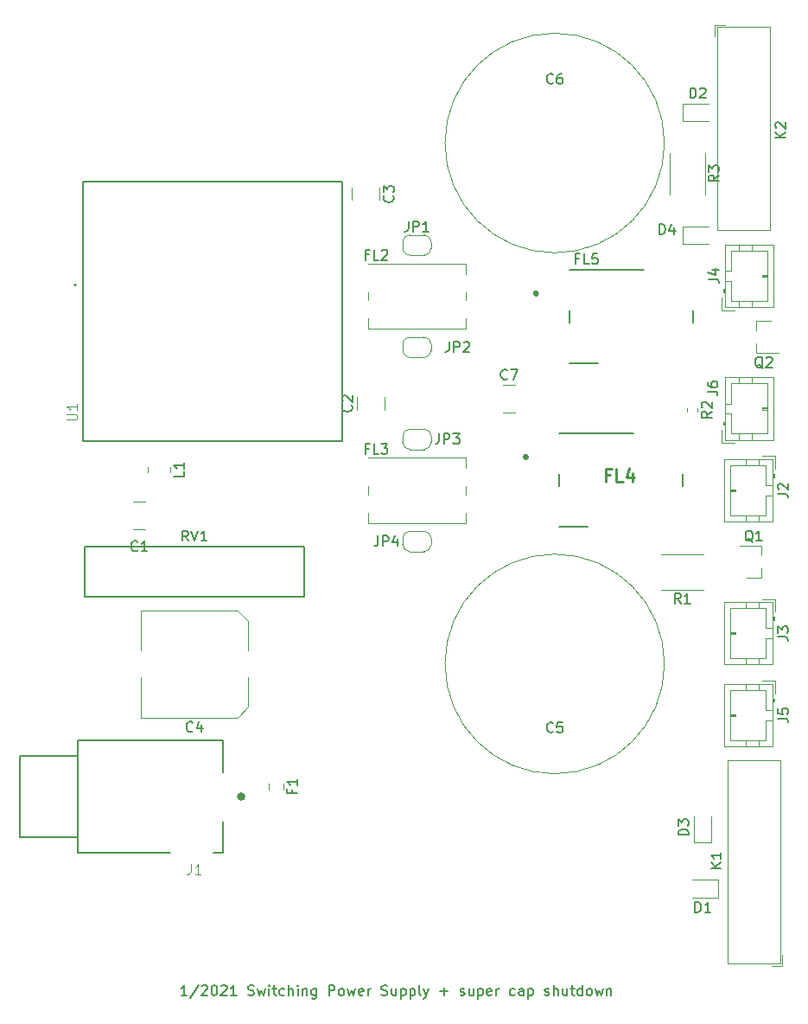
<source format=gto>
G04 #@! TF.GenerationSoftware,KiCad,Pcbnew,(5.1.5-0)*
G04 #@! TF.CreationDate,2021-01-10T16:54:22-07:00*
G04 #@! TF.ProjectId,power_cui,706f7765-725f-4637-9569-2e6b69636164,rev?*
G04 #@! TF.SameCoordinates,Original*
G04 #@! TF.FileFunction,Legend,Top*
G04 #@! TF.FilePolarity,Positive*
%FSLAX46Y46*%
G04 Gerber Fmt 4.6, Leading zero omitted, Abs format (unit mm)*
G04 Created by KiCad (PCBNEW (5.1.5-0)) date 2021-01-10 16:54:22*
%MOMM*%
%LPD*%
G04 APERTURE LIST*
%ADD10C,0.150000*%
%ADD11C,0.400000*%
%ADD12C,0.127000*%
%ADD13C,0.120000*%
%ADD14C,0.200000*%
%ADD15C,0.254000*%
%ADD16C,0.015000*%
G04 APERTURE END LIST*
D10*
X96476190Y-148452380D02*
X95904761Y-148452380D01*
X96190476Y-148452380D02*
X96190476Y-147452380D01*
X96095238Y-147595238D01*
X96000000Y-147690476D01*
X95904761Y-147738095D01*
X97619047Y-147404761D02*
X96761904Y-148690476D01*
X97904761Y-147547619D02*
X97952380Y-147500000D01*
X98047619Y-147452380D01*
X98285714Y-147452380D01*
X98380952Y-147500000D01*
X98428571Y-147547619D01*
X98476190Y-147642857D01*
X98476190Y-147738095D01*
X98428571Y-147880952D01*
X97857142Y-148452380D01*
X98476190Y-148452380D01*
X99095238Y-147452380D02*
X99190476Y-147452380D01*
X99285714Y-147500000D01*
X99333333Y-147547619D01*
X99380952Y-147642857D01*
X99428571Y-147833333D01*
X99428571Y-148071428D01*
X99380952Y-148261904D01*
X99333333Y-148357142D01*
X99285714Y-148404761D01*
X99190476Y-148452380D01*
X99095238Y-148452380D01*
X99000000Y-148404761D01*
X98952380Y-148357142D01*
X98904761Y-148261904D01*
X98857142Y-148071428D01*
X98857142Y-147833333D01*
X98904761Y-147642857D01*
X98952380Y-147547619D01*
X99000000Y-147500000D01*
X99095238Y-147452380D01*
X99809523Y-147547619D02*
X99857142Y-147500000D01*
X99952380Y-147452380D01*
X100190476Y-147452380D01*
X100285714Y-147500000D01*
X100333333Y-147547619D01*
X100380952Y-147642857D01*
X100380952Y-147738095D01*
X100333333Y-147880952D01*
X99761904Y-148452380D01*
X100380952Y-148452380D01*
X101333333Y-148452380D02*
X100761904Y-148452380D01*
X101047619Y-148452380D02*
X101047619Y-147452380D01*
X100952380Y-147595238D01*
X100857142Y-147690476D01*
X100761904Y-147738095D01*
X102476190Y-148404761D02*
X102619047Y-148452380D01*
X102857142Y-148452380D01*
X102952380Y-148404761D01*
X103000000Y-148357142D01*
X103047619Y-148261904D01*
X103047619Y-148166666D01*
X103000000Y-148071428D01*
X102952380Y-148023809D01*
X102857142Y-147976190D01*
X102666666Y-147928571D01*
X102571428Y-147880952D01*
X102523809Y-147833333D01*
X102476190Y-147738095D01*
X102476190Y-147642857D01*
X102523809Y-147547619D01*
X102571428Y-147500000D01*
X102666666Y-147452380D01*
X102904761Y-147452380D01*
X103047619Y-147500000D01*
X103380952Y-147785714D02*
X103571428Y-148452380D01*
X103761904Y-147976190D01*
X103952380Y-148452380D01*
X104142857Y-147785714D01*
X104523809Y-148452380D02*
X104523809Y-147785714D01*
X104523809Y-147452380D02*
X104476190Y-147500000D01*
X104523809Y-147547619D01*
X104571428Y-147500000D01*
X104523809Y-147452380D01*
X104523809Y-147547619D01*
X104857142Y-147785714D02*
X105238095Y-147785714D01*
X105000000Y-147452380D02*
X105000000Y-148309523D01*
X105047619Y-148404761D01*
X105142857Y-148452380D01*
X105238095Y-148452380D01*
X106000000Y-148404761D02*
X105904761Y-148452380D01*
X105714285Y-148452380D01*
X105619047Y-148404761D01*
X105571428Y-148357142D01*
X105523809Y-148261904D01*
X105523809Y-147976190D01*
X105571428Y-147880952D01*
X105619047Y-147833333D01*
X105714285Y-147785714D01*
X105904761Y-147785714D01*
X106000000Y-147833333D01*
X106428571Y-148452380D02*
X106428571Y-147452380D01*
X106857142Y-148452380D02*
X106857142Y-147928571D01*
X106809523Y-147833333D01*
X106714285Y-147785714D01*
X106571428Y-147785714D01*
X106476190Y-147833333D01*
X106428571Y-147880952D01*
X107333333Y-148452380D02*
X107333333Y-147785714D01*
X107333333Y-147452380D02*
X107285714Y-147500000D01*
X107333333Y-147547619D01*
X107380952Y-147500000D01*
X107333333Y-147452380D01*
X107333333Y-147547619D01*
X107809523Y-147785714D02*
X107809523Y-148452380D01*
X107809523Y-147880952D02*
X107857142Y-147833333D01*
X107952380Y-147785714D01*
X108095238Y-147785714D01*
X108190476Y-147833333D01*
X108238095Y-147928571D01*
X108238095Y-148452380D01*
X109142857Y-147785714D02*
X109142857Y-148595238D01*
X109095238Y-148690476D01*
X109047619Y-148738095D01*
X108952380Y-148785714D01*
X108809523Y-148785714D01*
X108714285Y-148738095D01*
X109142857Y-148404761D02*
X109047619Y-148452380D01*
X108857142Y-148452380D01*
X108761904Y-148404761D01*
X108714285Y-148357142D01*
X108666666Y-148261904D01*
X108666666Y-147976190D01*
X108714285Y-147880952D01*
X108761904Y-147833333D01*
X108857142Y-147785714D01*
X109047619Y-147785714D01*
X109142857Y-147833333D01*
X110380952Y-148452380D02*
X110380952Y-147452380D01*
X110761904Y-147452380D01*
X110857142Y-147500000D01*
X110904761Y-147547619D01*
X110952380Y-147642857D01*
X110952380Y-147785714D01*
X110904761Y-147880952D01*
X110857142Y-147928571D01*
X110761904Y-147976190D01*
X110380952Y-147976190D01*
X111523809Y-148452380D02*
X111428571Y-148404761D01*
X111380952Y-148357142D01*
X111333333Y-148261904D01*
X111333333Y-147976190D01*
X111380952Y-147880952D01*
X111428571Y-147833333D01*
X111523809Y-147785714D01*
X111666666Y-147785714D01*
X111761904Y-147833333D01*
X111809523Y-147880952D01*
X111857142Y-147976190D01*
X111857142Y-148261904D01*
X111809523Y-148357142D01*
X111761904Y-148404761D01*
X111666666Y-148452380D01*
X111523809Y-148452380D01*
X112190476Y-147785714D02*
X112380952Y-148452380D01*
X112571428Y-147976190D01*
X112761904Y-148452380D01*
X112952380Y-147785714D01*
X113714285Y-148404761D02*
X113619047Y-148452380D01*
X113428571Y-148452380D01*
X113333333Y-148404761D01*
X113285714Y-148309523D01*
X113285714Y-147928571D01*
X113333333Y-147833333D01*
X113428571Y-147785714D01*
X113619047Y-147785714D01*
X113714285Y-147833333D01*
X113761904Y-147928571D01*
X113761904Y-148023809D01*
X113285714Y-148119047D01*
X114190476Y-148452380D02*
X114190476Y-147785714D01*
X114190476Y-147976190D02*
X114238095Y-147880952D01*
X114285714Y-147833333D01*
X114380952Y-147785714D01*
X114476190Y-147785714D01*
X115523809Y-148404761D02*
X115666666Y-148452380D01*
X115904761Y-148452380D01*
X116000000Y-148404761D01*
X116047619Y-148357142D01*
X116095238Y-148261904D01*
X116095238Y-148166666D01*
X116047619Y-148071428D01*
X116000000Y-148023809D01*
X115904761Y-147976190D01*
X115714285Y-147928571D01*
X115619047Y-147880952D01*
X115571428Y-147833333D01*
X115523809Y-147738095D01*
X115523809Y-147642857D01*
X115571428Y-147547619D01*
X115619047Y-147500000D01*
X115714285Y-147452380D01*
X115952380Y-147452380D01*
X116095238Y-147500000D01*
X116952380Y-147785714D02*
X116952380Y-148452380D01*
X116523809Y-147785714D02*
X116523809Y-148309523D01*
X116571428Y-148404761D01*
X116666666Y-148452380D01*
X116809523Y-148452380D01*
X116904761Y-148404761D01*
X116952380Y-148357142D01*
X117428571Y-147785714D02*
X117428571Y-148785714D01*
X117428571Y-147833333D02*
X117523809Y-147785714D01*
X117714285Y-147785714D01*
X117809523Y-147833333D01*
X117857142Y-147880952D01*
X117904761Y-147976190D01*
X117904761Y-148261904D01*
X117857142Y-148357142D01*
X117809523Y-148404761D01*
X117714285Y-148452380D01*
X117523809Y-148452380D01*
X117428571Y-148404761D01*
X118333333Y-147785714D02*
X118333333Y-148785714D01*
X118333333Y-147833333D02*
X118428571Y-147785714D01*
X118619047Y-147785714D01*
X118714285Y-147833333D01*
X118761904Y-147880952D01*
X118809523Y-147976190D01*
X118809523Y-148261904D01*
X118761904Y-148357142D01*
X118714285Y-148404761D01*
X118619047Y-148452380D01*
X118428571Y-148452380D01*
X118333333Y-148404761D01*
X119380952Y-148452380D02*
X119285714Y-148404761D01*
X119238095Y-148309523D01*
X119238095Y-147452380D01*
X119666666Y-147785714D02*
X119904761Y-148452380D01*
X120142857Y-147785714D02*
X119904761Y-148452380D01*
X119809523Y-148690476D01*
X119761904Y-148738095D01*
X119666666Y-148785714D01*
X121285714Y-148071428D02*
X122047619Y-148071428D01*
X121666666Y-148452380D02*
X121666666Y-147690476D01*
X123238095Y-148404761D02*
X123333333Y-148452380D01*
X123523809Y-148452380D01*
X123619047Y-148404761D01*
X123666666Y-148309523D01*
X123666666Y-148261904D01*
X123619047Y-148166666D01*
X123523809Y-148119047D01*
X123380952Y-148119047D01*
X123285714Y-148071428D01*
X123238095Y-147976190D01*
X123238095Y-147928571D01*
X123285714Y-147833333D01*
X123380952Y-147785714D01*
X123523809Y-147785714D01*
X123619047Y-147833333D01*
X124523809Y-147785714D02*
X124523809Y-148452380D01*
X124095238Y-147785714D02*
X124095238Y-148309523D01*
X124142857Y-148404761D01*
X124238095Y-148452380D01*
X124380952Y-148452380D01*
X124476190Y-148404761D01*
X124523809Y-148357142D01*
X124999999Y-147785714D02*
X124999999Y-148785714D01*
X124999999Y-147833333D02*
X125095238Y-147785714D01*
X125285714Y-147785714D01*
X125380952Y-147833333D01*
X125428571Y-147880952D01*
X125476190Y-147976190D01*
X125476190Y-148261904D01*
X125428571Y-148357142D01*
X125380952Y-148404761D01*
X125285714Y-148452380D01*
X125095238Y-148452380D01*
X124999999Y-148404761D01*
X126285714Y-148404761D02*
X126190476Y-148452380D01*
X125999999Y-148452380D01*
X125904761Y-148404761D01*
X125857142Y-148309523D01*
X125857142Y-147928571D01*
X125904761Y-147833333D01*
X125999999Y-147785714D01*
X126190476Y-147785714D01*
X126285714Y-147833333D01*
X126333333Y-147928571D01*
X126333333Y-148023809D01*
X125857142Y-148119047D01*
X126761904Y-148452380D02*
X126761904Y-147785714D01*
X126761904Y-147976190D02*
X126809523Y-147880952D01*
X126857142Y-147833333D01*
X126952380Y-147785714D01*
X127047619Y-147785714D01*
X128571428Y-148404761D02*
X128476190Y-148452380D01*
X128285714Y-148452380D01*
X128190476Y-148404761D01*
X128142857Y-148357142D01*
X128095238Y-148261904D01*
X128095238Y-147976190D01*
X128142857Y-147880952D01*
X128190476Y-147833333D01*
X128285714Y-147785714D01*
X128476190Y-147785714D01*
X128571428Y-147833333D01*
X129428571Y-148452380D02*
X129428571Y-147928571D01*
X129380952Y-147833333D01*
X129285714Y-147785714D01*
X129095238Y-147785714D01*
X128999999Y-147833333D01*
X129428571Y-148404761D02*
X129333333Y-148452380D01*
X129095238Y-148452380D01*
X128999999Y-148404761D01*
X128952380Y-148309523D01*
X128952380Y-148214285D01*
X128999999Y-148119047D01*
X129095238Y-148071428D01*
X129333333Y-148071428D01*
X129428571Y-148023809D01*
X129904761Y-147785714D02*
X129904761Y-148785714D01*
X129904761Y-147833333D02*
X130000000Y-147785714D01*
X130190476Y-147785714D01*
X130285714Y-147833333D01*
X130333333Y-147880952D01*
X130380952Y-147976190D01*
X130380952Y-148261904D01*
X130333333Y-148357142D01*
X130285714Y-148404761D01*
X130190476Y-148452380D01*
X130000000Y-148452380D01*
X129904761Y-148404761D01*
X131523809Y-148404761D02*
X131619047Y-148452380D01*
X131809523Y-148452380D01*
X131904761Y-148404761D01*
X131952380Y-148309523D01*
X131952380Y-148261904D01*
X131904761Y-148166666D01*
X131809523Y-148119047D01*
X131666666Y-148119047D01*
X131571428Y-148071428D01*
X131523809Y-147976190D01*
X131523809Y-147928571D01*
X131571428Y-147833333D01*
X131666666Y-147785714D01*
X131809523Y-147785714D01*
X131904761Y-147833333D01*
X132380952Y-148452380D02*
X132380952Y-147452380D01*
X132809523Y-148452380D02*
X132809523Y-147928571D01*
X132761904Y-147833333D01*
X132666666Y-147785714D01*
X132523809Y-147785714D01*
X132428571Y-147833333D01*
X132380952Y-147880952D01*
X133714285Y-147785714D02*
X133714285Y-148452380D01*
X133285714Y-147785714D02*
X133285714Y-148309523D01*
X133333333Y-148404761D01*
X133428571Y-148452380D01*
X133571428Y-148452380D01*
X133666666Y-148404761D01*
X133714285Y-148357142D01*
X134047619Y-147785714D02*
X134428571Y-147785714D01*
X134190476Y-147452380D02*
X134190476Y-148309523D01*
X134238095Y-148404761D01*
X134333333Y-148452380D01*
X134428571Y-148452380D01*
X135190476Y-148452380D02*
X135190476Y-147452380D01*
X135190476Y-148404761D02*
X135095238Y-148452380D01*
X134904761Y-148452380D01*
X134809523Y-148404761D01*
X134761904Y-148357142D01*
X134714285Y-148261904D01*
X134714285Y-147976190D01*
X134761904Y-147880952D01*
X134809523Y-147833333D01*
X134904761Y-147785714D01*
X135095238Y-147785714D01*
X135190476Y-147833333D01*
X135809523Y-148452380D02*
X135714285Y-148404761D01*
X135666666Y-148357142D01*
X135619047Y-148261904D01*
X135619047Y-147976190D01*
X135666666Y-147880952D01*
X135714285Y-147833333D01*
X135809523Y-147785714D01*
X135952380Y-147785714D01*
X136047619Y-147833333D01*
X136095238Y-147880952D01*
X136142857Y-147976190D01*
X136142857Y-148261904D01*
X136095238Y-148357142D01*
X136047619Y-148404761D01*
X135952380Y-148452380D01*
X135809523Y-148452380D01*
X136476190Y-147785714D02*
X136666666Y-148452380D01*
X136857142Y-147976190D01*
X137047619Y-148452380D01*
X137238095Y-147785714D01*
X137619047Y-147785714D02*
X137619047Y-148452380D01*
X137619047Y-147880952D02*
X137666666Y-147833333D01*
X137761904Y-147785714D01*
X137904761Y-147785714D01*
X137999999Y-147833333D01*
X138047619Y-147928571D01*
X138047619Y-148452380D01*
D11*
X101980000Y-128990000D02*
G75*
G03X101980000Y-128990000I-200000J0D01*
G01*
D12*
X85800000Y-134500000D02*
X85800000Y-133000000D01*
X85800000Y-133000000D02*
X85800000Y-125000000D01*
X85800000Y-125000000D02*
X85800000Y-123500000D01*
X85800000Y-123500000D02*
X100000000Y-123500000D01*
X80100000Y-133000000D02*
X80100000Y-125000000D01*
X80100000Y-125000000D02*
X85800000Y-125000000D01*
X80100000Y-133000000D02*
X85800000Y-133000000D01*
X94800000Y-134500000D02*
X85800000Y-134500000D01*
X100000000Y-134500000D02*
X99100000Y-134500000D01*
X100000000Y-131400000D02*
X100000000Y-134500000D01*
X100000000Y-123500000D02*
X100000000Y-126600000D01*
D13*
X148890000Y-94360000D02*
X150140000Y-94360000D01*
X148890000Y-93110000D02*
X148890000Y-94360000D01*
X153300000Y-91000000D02*
X152800000Y-91000000D01*
X152800000Y-90900000D02*
X153300000Y-90900000D01*
X152800000Y-91100000D02*
X152800000Y-90900000D01*
X153300000Y-91100000D02*
X152800000Y-91100000D01*
X151800000Y-87940000D02*
X151800000Y-88550000D01*
X150500000Y-87940000D02*
X150500000Y-88550000D01*
X151800000Y-94060000D02*
X151800000Y-93450000D01*
X150500000Y-94060000D02*
X150500000Y-93450000D01*
X149800000Y-90500000D02*
X149190000Y-90500000D01*
X149800000Y-88550000D02*
X149800000Y-90500000D01*
X153300000Y-88550000D02*
X149800000Y-88550000D01*
X153300000Y-93450000D02*
X153300000Y-88550000D01*
X149800000Y-93450000D02*
X153300000Y-93450000D01*
X149800000Y-91500000D02*
X149800000Y-93450000D01*
X149190000Y-91500000D02*
X149800000Y-91500000D01*
X149090000Y-92300000D02*
X149090000Y-92600000D01*
X148990000Y-92600000D02*
X149190000Y-92600000D01*
X148990000Y-92300000D02*
X148990000Y-92600000D01*
X149190000Y-92300000D02*
X148990000Y-92300000D01*
X149190000Y-87940000D02*
X149190000Y-94060000D01*
X153910000Y-87940000D02*
X149190000Y-87940000D01*
X153910000Y-94060000D02*
X153910000Y-87940000D01*
X149190000Y-94060000D02*
X153910000Y-94060000D01*
X127397936Y-91360000D02*
X128602064Y-91360000D01*
X127397936Y-88640000D02*
X128602064Y-88640000D01*
X143790000Y-65947936D02*
X143790000Y-70052064D01*
X147210000Y-65947936D02*
X147210000Y-70052064D01*
X145490000Y-90953733D02*
X145490000Y-91296267D01*
X146510000Y-90953733D02*
X146510000Y-91296267D01*
X152240000Y-82420000D02*
X153700000Y-82420000D01*
X152240000Y-85580000D02*
X154400000Y-85580000D01*
X152240000Y-85580000D02*
X152240000Y-84650000D01*
X152240000Y-82420000D02*
X152240000Y-83350000D01*
X152760000Y-107580000D02*
X151300000Y-107580000D01*
X152760000Y-104420000D02*
X150600000Y-104420000D01*
X152760000Y-104420000D02*
X152760000Y-105350000D01*
X152760000Y-107580000D02*
X152760000Y-106650000D01*
X153600000Y-53650000D02*
X153600000Y-73550000D01*
X153600000Y-73550000D02*
X148400000Y-73550000D01*
X148400000Y-73550000D02*
X148400000Y-53650000D01*
X148400000Y-53650000D02*
X153600000Y-53650000D01*
X148200000Y-54550000D02*
X148200000Y-53450000D01*
X148200000Y-53450000D02*
X149200000Y-53450000D01*
X149400000Y-145350000D02*
X149400000Y-125450000D01*
X149400000Y-125450000D02*
X154600000Y-125450000D01*
X154600000Y-125450000D02*
X154600000Y-145350000D01*
X154600000Y-145350000D02*
X149400000Y-145350000D01*
X154800000Y-144450000D02*
X154800000Y-145550000D01*
X154800000Y-145550000D02*
X153800000Y-145550000D01*
X154110000Y-117640000D02*
X152860000Y-117640000D01*
X154110000Y-118890000D02*
X154110000Y-117640000D01*
X149700000Y-121000000D02*
X150200000Y-121000000D01*
X150200000Y-121100000D02*
X149700000Y-121100000D01*
X150200000Y-120900000D02*
X150200000Y-121100000D01*
X149700000Y-120900000D02*
X150200000Y-120900000D01*
X151200000Y-124060000D02*
X151200000Y-123450000D01*
X152500000Y-124060000D02*
X152500000Y-123450000D01*
X151200000Y-117940000D02*
X151200000Y-118550000D01*
X152500000Y-117940000D02*
X152500000Y-118550000D01*
X153200000Y-121500000D02*
X153810000Y-121500000D01*
X153200000Y-123450000D02*
X153200000Y-121500000D01*
X149700000Y-123450000D02*
X153200000Y-123450000D01*
X149700000Y-118550000D02*
X149700000Y-123450000D01*
X153200000Y-118550000D02*
X149700000Y-118550000D01*
X153200000Y-120500000D02*
X153200000Y-118550000D01*
X153810000Y-120500000D02*
X153200000Y-120500000D01*
X153910000Y-119700000D02*
X153910000Y-119400000D01*
X154010000Y-119400000D02*
X153810000Y-119400000D01*
X154010000Y-119700000D02*
X154010000Y-119400000D01*
X153810000Y-119700000D02*
X154010000Y-119700000D01*
X153810000Y-124060000D02*
X153810000Y-117940000D01*
X149090000Y-124060000D02*
X153810000Y-124060000D01*
X149090000Y-117940000D02*
X149090000Y-124060000D01*
X153810000Y-117940000D02*
X149090000Y-117940000D01*
X148890000Y-81360000D02*
X150140000Y-81360000D01*
X148890000Y-80110000D02*
X148890000Y-81360000D01*
X153300000Y-78000000D02*
X152800000Y-78000000D01*
X152800000Y-77900000D02*
X153300000Y-77900000D01*
X152800000Y-78100000D02*
X152800000Y-77900000D01*
X153300000Y-78100000D02*
X152800000Y-78100000D01*
X151800000Y-74940000D02*
X151800000Y-75550000D01*
X150500000Y-74940000D02*
X150500000Y-75550000D01*
X151800000Y-81060000D02*
X151800000Y-80450000D01*
X150500000Y-81060000D02*
X150500000Y-80450000D01*
X149800000Y-77500000D02*
X149190000Y-77500000D01*
X149800000Y-75550000D02*
X149800000Y-77500000D01*
X153300000Y-75550000D02*
X149800000Y-75550000D01*
X153300000Y-80450000D02*
X153300000Y-75550000D01*
X149800000Y-80450000D02*
X153300000Y-80450000D01*
X149800000Y-78500000D02*
X149800000Y-80450000D01*
X149190000Y-78500000D02*
X149800000Y-78500000D01*
X149090000Y-79300000D02*
X149090000Y-79600000D01*
X148990000Y-79600000D02*
X149190000Y-79600000D01*
X148990000Y-79300000D02*
X148990000Y-79600000D01*
X149190000Y-79300000D02*
X148990000Y-79300000D01*
X149190000Y-74940000D02*
X149190000Y-81060000D01*
X153910000Y-74940000D02*
X149190000Y-74940000D01*
X153910000Y-81060000D02*
X153910000Y-74940000D01*
X149190000Y-81060000D02*
X153910000Y-81060000D01*
X154110000Y-109640000D02*
X152860000Y-109640000D01*
X154110000Y-110890000D02*
X154110000Y-109640000D01*
X149700000Y-113000000D02*
X150200000Y-113000000D01*
X150200000Y-113100000D02*
X149700000Y-113100000D01*
X150200000Y-112900000D02*
X150200000Y-113100000D01*
X149700000Y-112900000D02*
X150200000Y-112900000D01*
X151200000Y-116060000D02*
X151200000Y-115450000D01*
X152500000Y-116060000D02*
X152500000Y-115450000D01*
X151200000Y-109940000D02*
X151200000Y-110550000D01*
X152500000Y-109940000D02*
X152500000Y-110550000D01*
X153200000Y-113500000D02*
X153810000Y-113500000D01*
X153200000Y-115450000D02*
X153200000Y-113500000D01*
X149700000Y-115450000D02*
X153200000Y-115450000D01*
X149700000Y-110550000D02*
X149700000Y-115450000D01*
X153200000Y-110550000D02*
X149700000Y-110550000D01*
X153200000Y-112500000D02*
X153200000Y-110550000D01*
X153810000Y-112500000D02*
X153200000Y-112500000D01*
X153910000Y-111700000D02*
X153910000Y-111400000D01*
X154010000Y-111400000D02*
X153810000Y-111400000D01*
X154010000Y-111700000D02*
X154010000Y-111400000D01*
X153810000Y-111700000D02*
X154010000Y-111700000D01*
X153810000Y-116060000D02*
X153810000Y-109940000D01*
X149090000Y-116060000D02*
X153810000Y-116060000D01*
X149090000Y-109940000D02*
X149090000Y-116060000D01*
X153810000Y-109940000D02*
X149090000Y-109940000D01*
X154110000Y-95640000D02*
X152860000Y-95640000D01*
X154110000Y-96890000D02*
X154110000Y-95640000D01*
X149700000Y-99000000D02*
X150200000Y-99000000D01*
X150200000Y-99100000D02*
X149700000Y-99100000D01*
X150200000Y-98900000D02*
X150200000Y-99100000D01*
X149700000Y-98900000D02*
X150200000Y-98900000D01*
X151200000Y-102060000D02*
X151200000Y-101450000D01*
X152500000Y-102060000D02*
X152500000Y-101450000D01*
X151200000Y-95940000D02*
X151200000Y-96550000D01*
X152500000Y-95940000D02*
X152500000Y-96550000D01*
X153200000Y-99500000D02*
X153810000Y-99500000D01*
X153200000Y-101450000D02*
X153200000Y-99500000D01*
X149700000Y-101450000D02*
X153200000Y-101450000D01*
X149700000Y-96550000D02*
X149700000Y-101450000D01*
X153200000Y-96550000D02*
X149700000Y-96550000D01*
X153200000Y-98500000D02*
X153200000Y-96550000D01*
X153810000Y-98500000D02*
X153200000Y-98500000D01*
X153910000Y-97700000D02*
X153910000Y-97400000D01*
X154010000Y-97400000D02*
X153810000Y-97400000D01*
X154010000Y-97700000D02*
X154010000Y-97400000D01*
X153810000Y-97700000D02*
X154010000Y-97700000D01*
X153810000Y-102060000D02*
X153810000Y-95940000D01*
X149090000Y-102060000D02*
X153810000Y-102060000D01*
X149090000Y-95940000D02*
X149090000Y-102060000D01*
X153810000Y-95940000D02*
X149090000Y-95940000D01*
X145000000Y-73150000D02*
X147550000Y-73150000D01*
X145000000Y-74850000D02*
X147550000Y-74850000D01*
X145000000Y-73150000D02*
X145000000Y-74850000D01*
X146150000Y-133500000D02*
X146150000Y-130950000D01*
X147850000Y-133500000D02*
X147850000Y-130950000D01*
X146150000Y-133500000D02*
X147850000Y-133500000D01*
X147052064Y-105290000D02*
X142947936Y-105290000D01*
X147052064Y-108710000D02*
X142947936Y-108710000D01*
X145000000Y-61150000D02*
X147550000Y-61150000D01*
X145000000Y-62850000D02*
X147550000Y-62850000D01*
X145000000Y-61150000D02*
X145000000Y-62850000D01*
X148500000Y-138850000D02*
X145950000Y-138850000D01*
X148500000Y-137150000D02*
X145950000Y-137150000D01*
X148500000Y-138850000D02*
X148500000Y-137150000D01*
X143250000Y-65000000D02*
G75*
G03X143250000Y-65000000I-10750000J0D01*
G01*
X143250000Y-116000000D02*
G75*
G03X143250000Y-116000000I-10750000J0D01*
G01*
X92590000Y-96738748D02*
X92590000Y-97261252D01*
X94810000Y-96738748D02*
X94810000Y-97261252D01*
D12*
X111700000Y-94200000D02*
X86300000Y-94200000D01*
X86300000Y-94200000D02*
X86300000Y-68800000D01*
X86300000Y-68800000D02*
X111700000Y-68800000D01*
X111700000Y-68800000D02*
X111700000Y-94200000D01*
D14*
X85600000Y-78900000D02*
G75*
G03X85600000Y-78900000I-100000J0D01*
G01*
D10*
X107950000Y-109400000D02*
X107950000Y-104500000D01*
X86450000Y-109400000D02*
X86450000Y-104500000D01*
X107950000Y-109400000D02*
X86450000Y-109400000D01*
X107950000Y-104500000D02*
X86450000Y-104500000D01*
D13*
X104490000Y-127738748D02*
X104490000Y-128261252D01*
X105910000Y-127738748D02*
X105910000Y-128261252D01*
X102460000Y-111804437D02*
X101395563Y-110740000D01*
X102460000Y-120195563D02*
X101395563Y-121260000D01*
X102460000Y-120195563D02*
X102460000Y-117310000D01*
X102460000Y-111804437D02*
X102460000Y-114690000D01*
X101395563Y-110740000D02*
X91940000Y-110740000D01*
X101395563Y-121260000D02*
X91940000Y-121260000D01*
X91940000Y-121260000D02*
X91940000Y-117310000D01*
X91940000Y-110740000D02*
X91940000Y-114690000D01*
X112640000Y-69397936D02*
X112640000Y-70602064D01*
X115360000Y-69397936D02*
X115360000Y-70602064D01*
X115860000Y-91102064D02*
X115860000Y-89897936D01*
X113140000Y-91102064D02*
X113140000Y-89897936D01*
X92402064Y-100140000D02*
X91197936Y-100140000D01*
X92402064Y-102860000D02*
X91197936Y-102860000D01*
D15*
X129838000Y-95742000D02*
G75*
G03X129838000Y-95742000I-180000J0D01*
G01*
D14*
X145050000Y-97400000D02*
X145050000Y-98600000D01*
X132950000Y-97400000D02*
X132950000Y-98600000D01*
X132950000Y-102550000D02*
X135716000Y-102550000D01*
X132950000Y-93450000D02*
X140193000Y-93450000D01*
D15*
X130838000Y-79742000D02*
G75*
G03X130838000Y-79742000I-180000J0D01*
G01*
D14*
X146050000Y-81400000D02*
X146050000Y-82600000D01*
X133950000Y-81400000D02*
X133950000Y-82600000D01*
X133950000Y-86550000D02*
X136716000Y-86550000D01*
X133950000Y-77450000D02*
X141193000Y-77450000D01*
D13*
X118300000Y-103000000D02*
X119700000Y-103000000D01*
X120400000Y-103700000D02*
X120400000Y-104300000D01*
X119700000Y-105000000D02*
X118300000Y-105000000D01*
X117600000Y-104300000D02*
X117600000Y-103700000D01*
X117600000Y-103700000D02*
G75*
G02X118300000Y-103000000I700000J0D01*
G01*
X118300000Y-105000000D02*
G75*
G02X117600000Y-104300000I0J700000D01*
G01*
X120400000Y-104300000D02*
G75*
G02X119700000Y-105000000I-700000J0D01*
G01*
X119700000Y-103000000D02*
G75*
G02X120400000Y-103700000I0J-700000D01*
G01*
X118300000Y-93000000D02*
X119700000Y-93000000D01*
X120400000Y-93700000D02*
X120400000Y-94300000D01*
X119700000Y-95000000D02*
X118300000Y-95000000D01*
X117600000Y-94300000D02*
X117600000Y-93700000D01*
X117600000Y-93700000D02*
G75*
G02X118300000Y-93000000I700000J0D01*
G01*
X118300000Y-95000000D02*
G75*
G02X117600000Y-94300000I0J700000D01*
G01*
X120400000Y-94300000D02*
G75*
G02X119700000Y-95000000I-700000J0D01*
G01*
X119700000Y-93000000D02*
G75*
G02X120400000Y-93700000I0J-700000D01*
G01*
X118300000Y-84000000D02*
X119700000Y-84000000D01*
X120400000Y-84700000D02*
X120400000Y-85300000D01*
X119700000Y-86000000D02*
X118300000Y-86000000D01*
X117600000Y-85300000D02*
X117600000Y-84700000D01*
X117600000Y-84700000D02*
G75*
G02X118300000Y-84000000I700000J0D01*
G01*
X118300000Y-86000000D02*
G75*
G02X117600000Y-85300000I0J700000D01*
G01*
X120400000Y-85300000D02*
G75*
G02X119700000Y-86000000I-700000J0D01*
G01*
X119700000Y-84000000D02*
G75*
G02X120400000Y-84700000I0J-700000D01*
G01*
X118300000Y-74000000D02*
X119700000Y-74000000D01*
X120400000Y-74700000D02*
X120400000Y-75300000D01*
X119700000Y-76000000D02*
X118300000Y-76000000D01*
X117600000Y-75300000D02*
X117600000Y-74700000D01*
X117600000Y-74700000D02*
G75*
G02X118300000Y-74000000I700000J0D01*
G01*
X118300000Y-76000000D02*
G75*
G02X117600000Y-75300000I0J700000D01*
G01*
X120400000Y-75300000D02*
G75*
G02X119700000Y-76000000I-700000J0D01*
G01*
X119700000Y-74000000D02*
G75*
G02X120400000Y-74700000I0J-700000D01*
G01*
X123800000Y-98600000D02*
X123800000Y-99400000D01*
X114200000Y-98600000D02*
X114200000Y-99400000D01*
X114200000Y-101200000D02*
X114200000Y-102200000D01*
X114200000Y-102200000D02*
X123800000Y-102200000D01*
X123800000Y-102200000D02*
X123800000Y-101200000D01*
X123800000Y-96800000D02*
X123800000Y-95800000D01*
X123800000Y-95800000D02*
X114200000Y-95800000D01*
X123800000Y-79600000D02*
X123800000Y-80400000D01*
X114200000Y-79600000D02*
X114200000Y-80400000D01*
X114200000Y-82200000D02*
X114200000Y-83200000D01*
X114200000Y-83200000D02*
X123800000Y-83200000D01*
X123800000Y-83200000D02*
X123800000Y-82200000D01*
X123800000Y-77800000D02*
X123800000Y-76800000D01*
X123800000Y-76800000D02*
X114200000Y-76800000D01*
D16*
X96829483Y-135604193D02*
X96829483Y-136319649D01*
X96781786Y-136462740D01*
X96686392Y-136558134D01*
X96543301Y-136605831D01*
X96447907Y-136605831D01*
X97831121Y-136605831D02*
X97258757Y-136605831D01*
X97544939Y-136605831D02*
X97544939Y-135604193D01*
X97449545Y-135747285D01*
X97354151Y-135842679D01*
X97258757Y-135890376D01*
D10*
X147452380Y-89333333D02*
X148166666Y-89333333D01*
X148309523Y-89380952D01*
X148404761Y-89476190D01*
X148452380Y-89619047D01*
X148452380Y-89714285D01*
X147452380Y-88428571D02*
X147452380Y-88619047D01*
X147500000Y-88714285D01*
X147547619Y-88761904D01*
X147690476Y-88857142D01*
X147880952Y-88904761D01*
X148261904Y-88904761D01*
X148357142Y-88857142D01*
X148404761Y-88809523D01*
X148452380Y-88714285D01*
X148452380Y-88523809D01*
X148404761Y-88428571D01*
X148357142Y-88380952D01*
X148261904Y-88333333D01*
X148023809Y-88333333D01*
X147928571Y-88380952D01*
X147880952Y-88428571D01*
X147833333Y-88523809D01*
X147833333Y-88714285D01*
X147880952Y-88809523D01*
X147928571Y-88857142D01*
X148023809Y-88904761D01*
X127833333Y-88077142D02*
X127785714Y-88124761D01*
X127642857Y-88172380D01*
X127547619Y-88172380D01*
X127404761Y-88124761D01*
X127309523Y-88029523D01*
X127261904Y-87934285D01*
X127214285Y-87743809D01*
X127214285Y-87600952D01*
X127261904Y-87410476D01*
X127309523Y-87315238D01*
X127404761Y-87220000D01*
X127547619Y-87172380D01*
X127642857Y-87172380D01*
X127785714Y-87220000D01*
X127833333Y-87267619D01*
X128166666Y-87172380D02*
X128833333Y-87172380D01*
X128404761Y-88172380D01*
X148572380Y-68166666D02*
X148096190Y-68500000D01*
X148572380Y-68738095D02*
X147572380Y-68738095D01*
X147572380Y-68357142D01*
X147620000Y-68261904D01*
X147667619Y-68214285D01*
X147762857Y-68166666D01*
X147905714Y-68166666D01*
X148000952Y-68214285D01*
X148048571Y-68261904D01*
X148096190Y-68357142D01*
X148096190Y-68738095D01*
X147572380Y-67833333D02*
X147572380Y-67214285D01*
X147953333Y-67547619D01*
X147953333Y-67404761D01*
X148000952Y-67309523D01*
X148048571Y-67261904D01*
X148143809Y-67214285D01*
X148381904Y-67214285D01*
X148477142Y-67261904D01*
X148524761Y-67309523D01*
X148572380Y-67404761D01*
X148572380Y-67690476D01*
X148524761Y-67785714D01*
X148477142Y-67833333D01*
X147882380Y-91291666D02*
X147406190Y-91625000D01*
X147882380Y-91863095D02*
X146882380Y-91863095D01*
X146882380Y-91482142D01*
X146930000Y-91386904D01*
X146977619Y-91339285D01*
X147072857Y-91291666D01*
X147215714Y-91291666D01*
X147310952Y-91339285D01*
X147358571Y-91386904D01*
X147406190Y-91482142D01*
X147406190Y-91863095D01*
X146977619Y-90910714D02*
X146930000Y-90863095D01*
X146882380Y-90767857D01*
X146882380Y-90529761D01*
X146930000Y-90434523D01*
X146977619Y-90386904D01*
X147072857Y-90339285D01*
X147168095Y-90339285D01*
X147310952Y-90386904D01*
X147882380Y-90958333D01*
X147882380Y-90339285D01*
X152904761Y-87047619D02*
X152809523Y-87000000D01*
X152714285Y-86904761D01*
X152571428Y-86761904D01*
X152476190Y-86714285D01*
X152380952Y-86714285D01*
X152428571Y-86952380D02*
X152333333Y-86904761D01*
X152238095Y-86809523D01*
X152190476Y-86619047D01*
X152190476Y-86285714D01*
X152238095Y-86095238D01*
X152333333Y-86000000D01*
X152428571Y-85952380D01*
X152619047Y-85952380D01*
X152714285Y-86000000D01*
X152809523Y-86095238D01*
X152857142Y-86285714D01*
X152857142Y-86619047D01*
X152809523Y-86809523D01*
X152714285Y-86904761D01*
X152619047Y-86952380D01*
X152428571Y-86952380D01*
X153238095Y-86047619D02*
X153285714Y-86000000D01*
X153380952Y-85952380D01*
X153619047Y-85952380D01*
X153714285Y-86000000D01*
X153761904Y-86047619D01*
X153809523Y-86142857D01*
X153809523Y-86238095D01*
X153761904Y-86380952D01*
X153190476Y-86952380D01*
X153809523Y-86952380D01*
X151904761Y-104047619D02*
X151809523Y-104000000D01*
X151714285Y-103904761D01*
X151571428Y-103761904D01*
X151476190Y-103714285D01*
X151380952Y-103714285D01*
X151428571Y-103952380D02*
X151333333Y-103904761D01*
X151238095Y-103809523D01*
X151190476Y-103619047D01*
X151190476Y-103285714D01*
X151238095Y-103095238D01*
X151333333Y-103000000D01*
X151428571Y-102952380D01*
X151619047Y-102952380D01*
X151714285Y-103000000D01*
X151809523Y-103095238D01*
X151857142Y-103285714D01*
X151857142Y-103619047D01*
X151809523Y-103809523D01*
X151714285Y-103904761D01*
X151619047Y-103952380D01*
X151428571Y-103952380D01*
X152809523Y-103952380D02*
X152238095Y-103952380D01*
X152523809Y-103952380D02*
X152523809Y-102952380D01*
X152428571Y-103095238D01*
X152333333Y-103190476D01*
X152238095Y-103238095D01*
X155102380Y-64488095D02*
X154102380Y-64488095D01*
X155102380Y-63916666D02*
X154530952Y-64345238D01*
X154102380Y-63916666D02*
X154673809Y-64488095D01*
X154197619Y-63535714D02*
X154150000Y-63488095D01*
X154102380Y-63392857D01*
X154102380Y-63154761D01*
X154150000Y-63059523D01*
X154197619Y-63011904D01*
X154292857Y-62964285D01*
X154388095Y-62964285D01*
X154530952Y-63011904D01*
X155102380Y-63583333D01*
X155102380Y-62964285D01*
X148802380Y-135988095D02*
X147802380Y-135988095D01*
X148802380Y-135416666D02*
X148230952Y-135845238D01*
X147802380Y-135416666D02*
X148373809Y-135988095D01*
X148802380Y-134464285D02*
X148802380Y-135035714D01*
X148802380Y-134750000D02*
X147802380Y-134750000D01*
X147945238Y-134845238D01*
X148040476Y-134940476D01*
X148088095Y-135035714D01*
X154352380Y-121333333D02*
X155066666Y-121333333D01*
X155209523Y-121380952D01*
X155304761Y-121476190D01*
X155352380Y-121619047D01*
X155352380Y-121714285D01*
X154352380Y-120380952D02*
X154352380Y-120857142D01*
X154828571Y-120904761D01*
X154780952Y-120857142D01*
X154733333Y-120761904D01*
X154733333Y-120523809D01*
X154780952Y-120428571D01*
X154828571Y-120380952D01*
X154923809Y-120333333D01*
X155161904Y-120333333D01*
X155257142Y-120380952D01*
X155304761Y-120428571D01*
X155352380Y-120523809D01*
X155352380Y-120761904D01*
X155304761Y-120857142D01*
X155257142Y-120904761D01*
X147552380Y-78333333D02*
X148266666Y-78333333D01*
X148409523Y-78380952D01*
X148504761Y-78476190D01*
X148552380Y-78619047D01*
X148552380Y-78714285D01*
X147885714Y-77428571D02*
X148552380Y-77428571D01*
X147504761Y-77666666D02*
X148219047Y-77904761D01*
X148219047Y-77285714D01*
X154352380Y-113333333D02*
X155066666Y-113333333D01*
X155209523Y-113380952D01*
X155304761Y-113476190D01*
X155352380Y-113619047D01*
X155352380Y-113714285D01*
X154352380Y-112952380D02*
X154352380Y-112333333D01*
X154733333Y-112666666D01*
X154733333Y-112523809D01*
X154780952Y-112428571D01*
X154828571Y-112380952D01*
X154923809Y-112333333D01*
X155161904Y-112333333D01*
X155257142Y-112380952D01*
X155304761Y-112428571D01*
X155352380Y-112523809D01*
X155352380Y-112809523D01*
X155304761Y-112904761D01*
X155257142Y-112952380D01*
X154352380Y-99333333D02*
X155066666Y-99333333D01*
X155209523Y-99380952D01*
X155304761Y-99476190D01*
X155352380Y-99619047D01*
X155352380Y-99714285D01*
X154447619Y-98904761D02*
X154400000Y-98857142D01*
X154352380Y-98761904D01*
X154352380Y-98523809D01*
X154400000Y-98428571D01*
X154447619Y-98380952D01*
X154542857Y-98333333D01*
X154638095Y-98333333D01*
X154780952Y-98380952D01*
X155352380Y-98952380D01*
X155352380Y-98333333D01*
X142761904Y-73952380D02*
X142761904Y-72952380D01*
X143000000Y-72952380D01*
X143142857Y-73000000D01*
X143238095Y-73095238D01*
X143285714Y-73190476D01*
X143333333Y-73380952D01*
X143333333Y-73523809D01*
X143285714Y-73714285D01*
X143238095Y-73809523D01*
X143142857Y-73904761D01*
X143000000Y-73952380D01*
X142761904Y-73952380D01*
X144190476Y-73285714D02*
X144190476Y-73952380D01*
X143952380Y-72904761D02*
X143714285Y-73619047D01*
X144333333Y-73619047D01*
X145602380Y-132738095D02*
X144602380Y-132738095D01*
X144602380Y-132500000D01*
X144650000Y-132357142D01*
X144745238Y-132261904D01*
X144840476Y-132214285D01*
X145030952Y-132166666D01*
X145173809Y-132166666D01*
X145364285Y-132214285D01*
X145459523Y-132261904D01*
X145554761Y-132357142D01*
X145602380Y-132500000D01*
X145602380Y-132738095D01*
X144602380Y-131833333D02*
X144602380Y-131214285D01*
X144983333Y-131547619D01*
X144983333Y-131404761D01*
X145030952Y-131309523D01*
X145078571Y-131261904D01*
X145173809Y-131214285D01*
X145411904Y-131214285D01*
X145507142Y-131261904D01*
X145554761Y-131309523D01*
X145602380Y-131404761D01*
X145602380Y-131690476D01*
X145554761Y-131785714D01*
X145507142Y-131833333D01*
X144833333Y-110072380D02*
X144500000Y-109596190D01*
X144261904Y-110072380D02*
X144261904Y-109072380D01*
X144642857Y-109072380D01*
X144738095Y-109120000D01*
X144785714Y-109167619D01*
X144833333Y-109262857D01*
X144833333Y-109405714D01*
X144785714Y-109500952D01*
X144738095Y-109548571D01*
X144642857Y-109596190D01*
X144261904Y-109596190D01*
X145785714Y-110072380D02*
X145214285Y-110072380D01*
X145500000Y-110072380D02*
X145500000Y-109072380D01*
X145404761Y-109215238D01*
X145309523Y-109310476D01*
X145214285Y-109358095D01*
X145761904Y-60602380D02*
X145761904Y-59602380D01*
X146000000Y-59602380D01*
X146142857Y-59650000D01*
X146238095Y-59745238D01*
X146285714Y-59840476D01*
X146333333Y-60030952D01*
X146333333Y-60173809D01*
X146285714Y-60364285D01*
X146238095Y-60459523D01*
X146142857Y-60554761D01*
X146000000Y-60602380D01*
X145761904Y-60602380D01*
X146714285Y-59697619D02*
X146761904Y-59650000D01*
X146857142Y-59602380D01*
X147095238Y-59602380D01*
X147190476Y-59650000D01*
X147238095Y-59697619D01*
X147285714Y-59792857D01*
X147285714Y-59888095D01*
X147238095Y-60030952D01*
X146666666Y-60602380D01*
X147285714Y-60602380D01*
X146261904Y-140302380D02*
X146261904Y-139302380D01*
X146500000Y-139302380D01*
X146642857Y-139350000D01*
X146738095Y-139445238D01*
X146785714Y-139540476D01*
X146833333Y-139730952D01*
X146833333Y-139873809D01*
X146785714Y-140064285D01*
X146738095Y-140159523D01*
X146642857Y-140254761D01*
X146500000Y-140302380D01*
X146261904Y-140302380D01*
X147785714Y-140302380D02*
X147214285Y-140302380D01*
X147500000Y-140302380D02*
X147500000Y-139302380D01*
X147404761Y-139445238D01*
X147309523Y-139540476D01*
X147214285Y-139588095D01*
X132333333Y-59107142D02*
X132285714Y-59154761D01*
X132142857Y-59202380D01*
X132047619Y-59202380D01*
X131904761Y-59154761D01*
X131809523Y-59059523D01*
X131761904Y-58964285D01*
X131714285Y-58773809D01*
X131714285Y-58630952D01*
X131761904Y-58440476D01*
X131809523Y-58345238D01*
X131904761Y-58250000D01*
X132047619Y-58202380D01*
X132142857Y-58202380D01*
X132285714Y-58250000D01*
X132333333Y-58297619D01*
X133190476Y-58202380D02*
X133000000Y-58202380D01*
X132904761Y-58250000D01*
X132857142Y-58297619D01*
X132761904Y-58440476D01*
X132714285Y-58630952D01*
X132714285Y-59011904D01*
X132761904Y-59107142D01*
X132809523Y-59154761D01*
X132904761Y-59202380D01*
X133095238Y-59202380D01*
X133190476Y-59154761D01*
X133238095Y-59107142D01*
X133285714Y-59011904D01*
X133285714Y-58773809D01*
X133238095Y-58678571D01*
X133190476Y-58630952D01*
X133095238Y-58583333D01*
X132904761Y-58583333D01*
X132809523Y-58630952D01*
X132761904Y-58678571D01*
X132714285Y-58773809D01*
X132333333Y-122607142D02*
X132285714Y-122654761D01*
X132142857Y-122702380D01*
X132047619Y-122702380D01*
X131904761Y-122654761D01*
X131809523Y-122559523D01*
X131761904Y-122464285D01*
X131714285Y-122273809D01*
X131714285Y-122130952D01*
X131761904Y-121940476D01*
X131809523Y-121845238D01*
X131904761Y-121750000D01*
X132047619Y-121702380D01*
X132142857Y-121702380D01*
X132285714Y-121750000D01*
X132333333Y-121797619D01*
X133238095Y-121702380D02*
X132761904Y-121702380D01*
X132714285Y-122178571D01*
X132761904Y-122130952D01*
X132857142Y-122083333D01*
X133095238Y-122083333D01*
X133190476Y-122130952D01*
X133238095Y-122178571D01*
X133285714Y-122273809D01*
X133285714Y-122511904D01*
X133238095Y-122607142D01*
X133190476Y-122654761D01*
X133095238Y-122702380D01*
X132857142Y-122702380D01*
X132761904Y-122654761D01*
X132714285Y-122607142D01*
X96202380Y-97166666D02*
X96202380Y-97642857D01*
X95202380Y-97642857D01*
X96202380Y-96309523D02*
X96202380Y-96880952D01*
X96202380Y-96595238D02*
X95202380Y-96595238D01*
X95345238Y-96690476D01*
X95440476Y-96785714D01*
X95488095Y-96880952D01*
D16*
X84695892Y-92102956D02*
X85506640Y-92102956D01*
X85602022Y-92055265D01*
X85649713Y-92007574D01*
X85697404Y-91912192D01*
X85697404Y-91721428D01*
X85649713Y-91626046D01*
X85602022Y-91578355D01*
X85506640Y-91530664D01*
X84695892Y-91530664D01*
X85697404Y-90529152D02*
X85697404Y-91101444D01*
X85697404Y-90815298D02*
X84695892Y-90815298D01*
X84838966Y-90910680D01*
X84934348Y-91006062D01*
X84982039Y-91101444D01*
D10*
X96604761Y-103952380D02*
X96271428Y-103476190D01*
X96033333Y-103952380D02*
X96033333Y-102952380D01*
X96414285Y-102952380D01*
X96509523Y-103000000D01*
X96557142Y-103047619D01*
X96604761Y-103142857D01*
X96604761Y-103285714D01*
X96557142Y-103380952D01*
X96509523Y-103428571D01*
X96414285Y-103476190D01*
X96033333Y-103476190D01*
X96890476Y-102952380D02*
X97223809Y-103952380D01*
X97557142Y-102952380D01*
X98414285Y-103952380D02*
X97842857Y-103952380D01*
X98128571Y-103952380D02*
X98128571Y-102952380D01*
X98033333Y-103095238D01*
X97938095Y-103190476D01*
X97842857Y-103238095D01*
X106778571Y-128333333D02*
X106778571Y-128666666D01*
X107302380Y-128666666D02*
X106302380Y-128666666D01*
X106302380Y-128190476D01*
X107302380Y-127285714D02*
X107302380Y-127857142D01*
X107302380Y-127571428D02*
X106302380Y-127571428D01*
X106445238Y-127666666D01*
X106540476Y-127761904D01*
X106588095Y-127857142D01*
X97033333Y-122557142D02*
X96985714Y-122604761D01*
X96842857Y-122652380D01*
X96747619Y-122652380D01*
X96604761Y-122604761D01*
X96509523Y-122509523D01*
X96461904Y-122414285D01*
X96414285Y-122223809D01*
X96414285Y-122080952D01*
X96461904Y-121890476D01*
X96509523Y-121795238D01*
X96604761Y-121700000D01*
X96747619Y-121652380D01*
X96842857Y-121652380D01*
X96985714Y-121700000D01*
X97033333Y-121747619D01*
X97890476Y-121985714D02*
X97890476Y-122652380D01*
X97652380Y-121604761D02*
X97414285Y-122319047D01*
X98033333Y-122319047D01*
X116637142Y-70166666D02*
X116684761Y-70214285D01*
X116732380Y-70357142D01*
X116732380Y-70452380D01*
X116684761Y-70595238D01*
X116589523Y-70690476D01*
X116494285Y-70738095D01*
X116303809Y-70785714D01*
X116160952Y-70785714D01*
X115970476Y-70738095D01*
X115875238Y-70690476D01*
X115780000Y-70595238D01*
X115732380Y-70452380D01*
X115732380Y-70357142D01*
X115780000Y-70214285D01*
X115827619Y-70166666D01*
X115732380Y-69833333D02*
X115732380Y-69214285D01*
X116113333Y-69547619D01*
X116113333Y-69404761D01*
X116160952Y-69309523D01*
X116208571Y-69261904D01*
X116303809Y-69214285D01*
X116541904Y-69214285D01*
X116637142Y-69261904D01*
X116684761Y-69309523D01*
X116732380Y-69404761D01*
X116732380Y-69690476D01*
X116684761Y-69785714D01*
X116637142Y-69833333D01*
X112577142Y-90666666D02*
X112624761Y-90714285D01*
X112672380Y-90857142D01*
X112672380Y-90952380D01*
X112624761Y-91095238D01*
X112529523Y-91190476D01*
X112434285Y-91238095D01*
X112243809Y-91285714D01*
X112100952Y-91285714D01*
X111910476Y-91238095D01*
X111815238Y-91190476D01*
X111720000Y-91095238D01*
X111672380Y-90952380D01*
X111672380Y-90857142D01*
X111720000Y-90714285D01*
X111767619Y-90666666D01*
X111767619Y-90285714D02*
X111720000Y-90238095D01*
X111672380Y-90142857D01*
X111672380Y-89904761D01*
X111720000Y-89809523D01*
X111767619Y-89761904D01*
X111862857Y-89714285D01*
X111958095Y-89714285D01*
X112100952Y-89761904D01*
X112672380Y-90333333D01*
X112672380Y-89714285D01*
X91633333Y-104857142D02*
X91585714Y-104904761D01*
X91442857Y-104952380D01*
X91347619Y-104952380D01*
X91204761Y-104904761D01*
X91109523Y-104809523D01*
X91061904Y-104714285D01*
X91014285Y-104523809D01*
X91014285Y-104380952D01*
X91061904Y-104190476D01*
X91109523Y-104095238D01*
X91204761Y-104000000D01*
X91347619Y-103952380D01*
X91442857Y-103952380D01*
X91585714Y-104000000D01*
X91633333Y-104047619D01*
X92585714Y-104952380D02*
X92014285Y-104952380D01*
X92300000Y-104952380D02*
X92300000Y-103952380D01*
X92204761Y-104095238D01*
X92109523Y-104190476D01*
X92014285Y-104238095D01*
D15*
X137884499Y-97510215D02*
X137461165Y-97510215D01*
X137461165Y-98175453D02*
X137461165Y-96905453D01*
X138065927Y-96905453D01*
X139154499Y-98175453D02*
X138549737Y-98175453D01*
X138549737Y-96905453D01*
X140122118Y-97328787D02*
X140122118Y-98175453D01*
X139819737Y-96844977D02*
X139517356Y-97752120D01*
X140303546Y-97752120D01*
D10*
X134861904Y-76328571D02*
X134528571Y-76328571D01*
X134528571Y-76852380D02*
X134528571Y-75852380D01*
X135004761Y-75852380D01*
X135861904Y-76852380D02*
X135385714Y-76852380D01*
X135385714Y-75852380D01*
X136671428Y-75852380D02*
X136195238Y-75852380D01*
X136147619Y-76328571D01*
X136195238Y-76280952D01*
X136290476Y-76233333D01*
X136528571Y-76233333D01*
X136623809Y-76280952D01*
X136671428Y-76328571D01*
X136719047Y-76423809D01*
X136719047Y-76661904D01*
X136671428Y-76757142D01*
X136623809Y-76804761D01*
X136528571Y-76852380D01*
X136290476Y-76852380D01*
X136195238Y-76804761D01*
X136147619Y-76757142D01*
X115166666Y-103452380D02*
X115166666Y-104166666D01*
X115119047Y-104309523D01*
X115023809Y-104404761D01*
X114880952Y-104452380D01*
X114785714Y-104452380D01*
X115642857Y-104452380D02*
X115642857Y-103452380D01*
X116023809Y-103452380D01*
X116119047Y-103500000D01*
X116166666Y-103547619D01*
X116214285Y-103642857D01*
X116214285Y-103785714D01*
X116166666Y-103880952D01*
X116119047Y-103928571D01*
X116023809Y-103976190D01*
X115642857Y-103976190D01*
X117071428Y-103785714D02*
X117071428Y-104452380D01*
X116833333Y-103404761D02*
X116595238Y-104119047D01*
X117214285Y-104119047D01*
X121166666Y-93452380D02*
X121166666Y-94166666D01*
X121119047Y-94309523D01*
X121023809Y-94404761D01*
X120880952Y-94452380D01*
X120785714Y-94452380D01*
X121642857Y-94452380D02*
X121642857Y-93452380D01*
X122023809Y-93452380D01*
X122119047Y-93500000D01*
X122166666Y-93547619D01*
X122214285Y-93642857D01*
X122214285Y-93785714D01*
X122166666Y-93880952D01*
X122119047Y-93928571D01*
X122023809Y-93976190D01*
X121642857Y-93976190D01*
X122547619Y-93452380D02*
X123166666Y-93452380D01*
X122833333Y-93833333D01*
X122976190Y-93833333D01*
X123071428Y-93880952D01*
X123119047Y-93928571D01*
X123166666Y-94023809D01*
X123166666Y-94261904D01*
X123119047Y-94357142D01*
X123071428Y-94404761D01*
X122976190Y-94452380D01*
X122690476Y-94452380D01*
X122595238Y-94404761D01*
X122547619Y-94357142D01*
X122166666Y-84452380D02*
X122166666Y-85166666D01*
X122119047Y-85309523D01*
X122023809Y-85404761D01*
X121880952Y-85452380D01*
X121785714Y-85452380D01*
X122642857Y-85452380D02*
X122642857Y-84452380D01*
X123023809Y-84452380D01*
X123119047Y-84500000D01*
X123166666Y-84547619D01*
X123214285Y-84642857D01*
X123214285Y-84785714D01*
X123166666Y-84880952D01*
X123119047Y-84928571D01*
X123023809Y-84976190D01*
X122642857Y-84976190D01*
X123595238Y-84547619D02*
X123642857Y-84500000D01*
X123738095Y-84452380D01*
X123976190Y-84452380D01*
X124071428Y-84500000D01*
X124119047Y-84547619D01*
X124166666Y-84642857D01*
X124166666Y-84738095D01*
X124119047Y-84880952D01*
X123547619Y-85452380D01*
X124166666Y-85452380D01*
X118166666Y-72652380D02*
X118166666Y-73366666D01*
X118119047Y-73509523D01*
X118023809Y-73604761D01*
X117880952Y-73652380D01*
X117785714Y-73652380D01*
X118642857Y-73652380D02*
X118642857Y-72652380D01*
X119023809Y-72652380D01*
X119119047Y-72700000D01*
X119166666Y-72747619D01*
X119214285Y-72842857D01*
X119214285Y-72985714D01*
X119166666Y-73080952D01*
X119119047Y-73128571D01*
X119023809Y-73176190D01*
X118642857Y-73176190D01*
X120166666Y-73652380D02*
X119595238Y-73652380D01*
X119880952Y-73652380D02*
X119880952Y-72652380D01*
X119785714Y-72795238D01*
X119690476Y-72890476D01*
X119595238Y-72938095D01*
X114261904Y-94928571D02*
X113928571Y-94928571D01*
X113928571Y-95452380D02*
X113928571Y-94452380D01*
X114404761Y-94452380D01*
X115261904Y-95452380D02*
X114785714Y-95452380D01*
X114785714Y-94452380D01*
X115500000Y-94452380D02*
X116119047Y-94452380D01*
X115785714Y-94833333D01*
X115928571Y-94833333D01*
X116023809Y-94880952D01*
X116071428Y-94928571D01*
X116119047Y-95023809D01*
X116119047Y-95261904D01*
X116071428Y-95357142D01*
X116023809Y-95404761D01*
X115928571Y-95452380D01*
X115642857Y-95452380D01*
X115547619Y-95404761D01*
X115500000Y-95357142D01*
X114261904Y-75928571D02*
X113928571Y-75928571D01*
X113928571Y-76452380D02*
X113928571Y-75452380D01*
X114404761Y-75452380D01*
X115261904Y-76452380D02*
X114785714Y-76452380D01*
X114785714Y-75452380D01*
X115547619Y-75547619D02*
X115595238Y-75500000D01*
X115690476Y-75452380D01*
X115928571Y-75452380D01*
X116023809Y-75500000D01*
X116071428Y-75547619D01*
X116119047Y-75642857D01*
X116119047Y-75738095D01*
X116071428Y-75880952D01*
X115500000Y-76452380D01*
X116119047Y-76452380D01*
M02*

</source>
